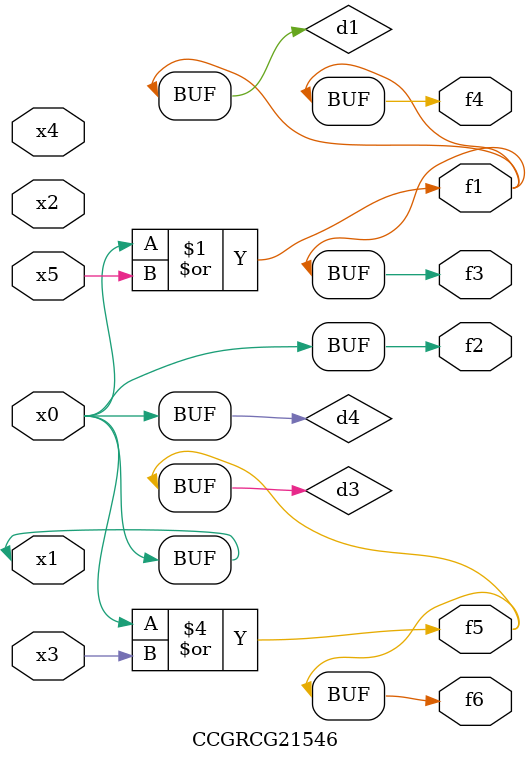
<source format=v>
module CCGRCG21546(
	input x0, x1, x2, x3, x4, x5,
	output f1, f2, f3, f4, f5, f6
);

	wire d1, d2, d3, d4;

	or (d1, x0, x5);
	xnor (d2, x1, x4);
	or (d3, x0, x3);
	buf (d4, x0, x1);
	assign f1 = d1;
	assign f2 = d4;
	assign f3 = d1;
	assign f4 = d1;
	assign f5 = d3;
	assign f6 = d3;
endmodule

</source>
